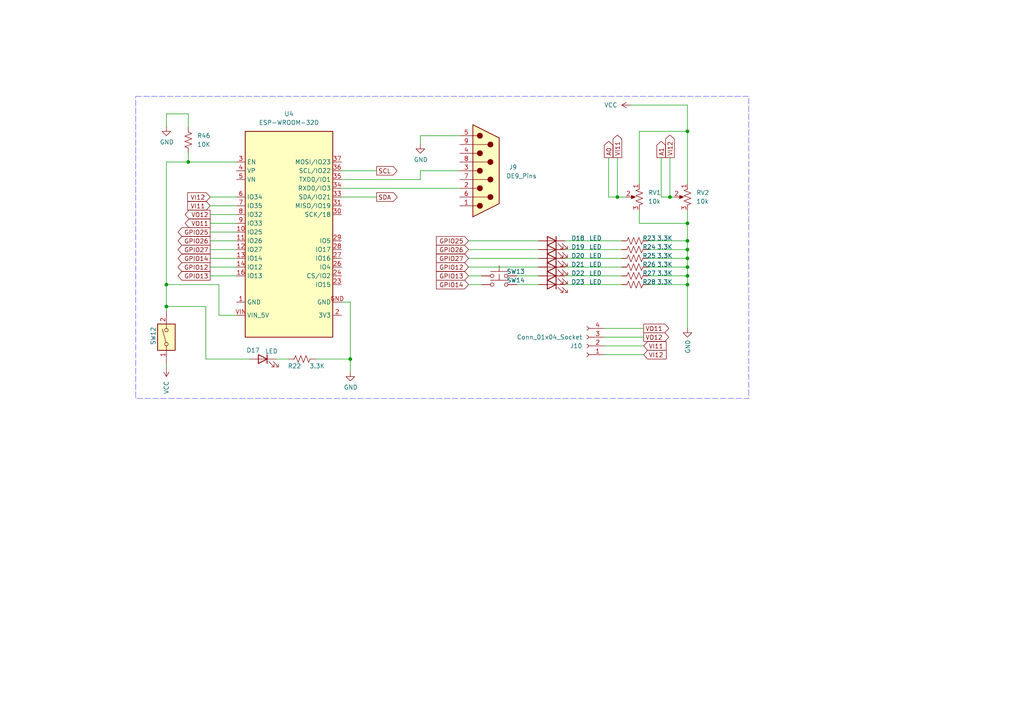
<source format=kicad_sch>
(kicad_sch (version 20250114) (generator "eeschema") (generator_version "9.0")
  (paper "A4")
  (lib_symbols
    (symbol "Add_new:ESP-WROOM-32D"
      (property "Reference" "U" (at -1.27 -2.54 0))
      (property "Value" "ESP-WROOM-32D" (at 0.508 -6.35 0))
      (symbol "ESP-WROOM-32D_1_1"
        (rectangle (start -12.7 -3.81) (end 12.7 -63.5) (stroke (width 0.254)) (fill (type background)))
        (pin input line (at -15.24 -12.7 0) (length 2.54) (name "EN") (number "3"))
        (pin input line (at -15.24 -15.24 0) (length 2.54) (name "VP") (number "4"))
        (pin input line (at -15.24 -17.78 0) (length 2.54) (name "VN") (number "5"))
        (pin input line (at -15.24 -22.86 0) (length 2.54) (name "IO34") (number "6"))
        (pin input line (at -15.24 -25.4 0) (length 2.54) (name "IO35") (number "7"))
        (pin bidirectional line (at -15.24 -27.94 0) (length 2.54) (name "IO32") (number "8"))
        (pin bidirectional line (at -15.24 -30.48 0) (length 2.54) (name "IO33") (number "9"))
        (pin bidirectional line (at -15.24 -33.02 0) (length 2.54) (name "IO25") (number "10"))
        (pin bidirectional line (at -15.24 -35.56 0) (length 2.54) (name "IO26") (number "11"))
        (pin bidirectional line (at -15.24 -38.1 0) (length 2.54) (name "IO27") (number "12"))
        (pin bidirectional line (at -15.24 -40.64 0) (length 2.54) (name "IO14") (number "13"))
        (pin bidirectional line (at -15.24 -43.18 0) (length 2.54) (name "IO12") (number "14"))
        (pin bidirectional line (at -15.24 -45.72 0) (length 2.54) (name "IO13") (number "16"))
        (pin power_in line (at -15.24 -53.34 0) (length 2.54) (name "GND") (number "1"))
        (pin power_in line (at -15.24 -57.15 0) (length 2.54) (name "VIN_5V") (number "VIN"))
        (pin no_connect line (at -12.7 -63.5 0) (length 2.54) (hide yes) (name "NC") (number "32"))
        (pin passive line (at 0 -66.04 90) (length 2.54) (hide yes) (name "GND") (number "15"))
        (pin passive line (at 0 -66.04 90) (length 2.54) (hide yes) (name "GND") (number "38"))
        (pin passive line (at 0 -66.04 90) (length 2.54) (hide yes) (name "GND") (number "39"))
        (pin bidirectional line (at 15.24 -12.7 180) (length 2.54) (name "MOSI/IO23") (number "37"))
        (pin bidirectional line (at 15.24 -15.24 180) (length 2.54) (name "SCL/IO22") (number "36"))
        (pin bidirectional line (at 15.24 -17.78 180) (length 2.54) (name "TXD0/IO1") (number "35"))
        (pin bidirectional line (at 15.24 -20.32 180) (length 2.54) (name "RXD0/IO3") (number "34"))
        (pin bidirectional line (at 15.24 -22.86 180) (length 2.54) (name "SDA/IO21") (number "33"))
        (pin bidirectional line (at 15.24 -25.4 180) (length 2.54) (name "MISO/IO19") (number "31"))
        (pin bidirectional line (at 15.24 -27.94 180) (length 2.54) (name "SCK/18") (number "30"))
        (pin bidirectional line (at 15.24 -35.56 180) (length 2.54) (name "IO5") (number "29"))
        (pin bidirectional line (at 15.24 -38.1 180) (length 2.54) (name "IO17") (number "28"))
        (pin bidirectional line (at 15.24 -40.64 180) (length 2.54) (name "IO16") (number "27"))
        (pin bidirectional line (at 15.24 -43.18 180) (length 2.54) (name "IO4") (number "26"))
        (pin bidirectional line (at 15.24 -45.72 180) (length 2.54) (name "CS/IO2") (number "24"))
        (pin bidirectional line (at 15.24 -48.26 180) (length 2.54) (name "IO15") (number "23"))
        (pin power_in line (at 15.24 -53.34 180) (length 2.54) (name "GND") (number "GND"))
        (pin power_in line (at 15.24 -57.15 180) (length 2.54) (name "3V3") (number "2"))
      )
    )
    (symbol "Connector:Conn_01x04_Socket" (pin_names (offset 1.016) (hide yes))
      (property "Reference" "J" (at 0 5.08 0))
      (property "Value" "Conn_01x04_Socket" (at 0 -7.62 0))
      (symbol "Conn_01x04_Socket_1_1"
        (polyline (pts (xy -1.27 2.54) (xy -0.508 2.54)) (stroke (width 0.1524)))
        (polyline (pts (xy -1.27 0) (xy -0.508 0)) (stroke (width 0.1524)))
        (polyline (pts (xy -1.27 -2.54) (xy -0.508 -2.54)) (stroke (width 0.1524)))
        (polyline (pts (xy -1.27 -5.08) (xy -0.508 -5.08)) (stroke (width 0.1524)))
        (arc (start 0 2.032) (mid -0.5058 2.54) (end 0 3.048) (stroke (width 0.1524)))
        (arc (start 0 -0.508) (mid -0.5058 0) (end 0 0.508) (stroke (width 0.1524)))
        (arc (start 0 -3.048) (mid -0.5058 -2.54) (end 0 -2.032) (stroke (width 0.1524)))
        (arc (start 0 -5.588) (mid -0.5058 -5.08) (end 0 -4.572) (stroke (width 0.1524)))
        (pin passive line (at -5.08 2.54 0) (length 3.81) (name "Pin_1") (number "1"))
        (pin passive line (at -5.08 0 0) (length 3.81) (name "Pin_2") (number "2"))
        (pin passive line (at -5.08 -2.54 0) (length 3.81) (name "Pin_3") (number "3"))
        (pin passive line (at -5.08 -5.08 0) (length 3.81) (name "Pin_4") (number "4"))
      )
    )
    (symbol "Connector:DE9_Pins" (pin_names (offset 1.016) (hide yes))
      (property "Reference" "J" (at 0 13.97 0))
      (property "Value" "DE9_Pins" (at 0 -14.605 0))
      (symbol "DE9_Pins_0_1"
        (polyline (pts (xy -3.81 10.16) (xy -2.54 10.16)))
        (polyline (pts (xy -3.81 7.62) (xy 0.508 7.62)))
        (polyline (pts (xy -3.81 5.08) (xy -2.54 5.08)))
        (polyline (pts (xy -3.81 2.54) (xy 0.508 2.54)))
        (polyline (pts (xy -3.81 0) (xy -2.54 0)))
        (polyline (pts (xy -3.81 -2.54) (xy 0.508 -2.54)))
        (polyline (pts (xy -3.81 -5.08) (xy -2.54 -5.08)))
        (polyline (pts (xy -3.81 -7.62) (xy 0.508 -7.62)))
        (polyline (pts (xy -3.81 -10.16) (xy -2.54 -10.16)))
        (polyline (pts (xy -3.81 -13.335) (xy -3.81 13.335) (xy 3.81 9.525) (xy 3.81 -9.525) (xy -3.81 -13.335)) (stroke (width 0.254)) (fill (type background)))
        (circle (center -1.778 10.16) (radius 0.762) (fill (type outline)))
        (circle (center -1.778 5.08) (radius 0.762) (fill (type outline)))
        (circle (center -1.778 0) (radius 0.762) (fill (type outline)))
        (circle (center -1.778 -5.08) (radius 0.762) (fill (type outline)))
        (circle (center -1.778 -10.16) (radius 0.762) (fill (type outline)))
        (circle (center 1.27 7.62) (radius 0.762) (fill (type outline)))
        (circle (center 1.27 2.54) (radius 0.762) (fill (type outline)))
        (circle (center 1.27 -2.54) (radius 0.762) (fill (type outline)))
        (circle (center 1.27 -7.62) (radius 0.762) (fill (type outline)))
      )
      (symbol "DE9_Pins_1_1"
        (pin passive line (at -7.62 10.16 0) (length 3.81) (name "5") (number "5"))
        (pin passive line (at -7.62 7.62 0) (length 3.81) (name "9") (number "9"))
        (pin passive line (at -7.62 5.08 0) (length 3.81) (name "4") (number "4"))
        (pin passive line (at -7.62 2.54 0) (length 3.81) (name "8") (number "8"))
        (pin passive line (at -7.62 0 0) (length 3.81) (name "3") (number "3"))
        (pin passive line (at -7.62 -2.54 0) (length 3.81) (name "7") (number "7"))
        (pin passive line (at -7.62 -5.08 0) (length 3.81) (name "2") (number "2"))
        (pin passive line (at -7.62 -7.62 0) (length 3.81) (name "6") (number "6"))
        (pin passive line (at -7.62 -10.16 0) (length 3.81) (name "1") (number "1"))
      )
    )
    (symbol "Device:LED" (pin_numbers (hide yes)) (pin_names (offset 1.016) (hide yes))
      (property "Reference" "D" (at 0 2.54 0))
      (property "Value" "LED" (at 0 -2.54 0))
      (symbol "LED_0_1"
        (polyline (pts (xy -3.048 -0.762) (xy -4.572 -2.286) (xy -3.81 -2.286) (xy -4.572 -2.286) (xy -4.572 -1.524)))
        (polyline (pts (xy -1.778 -0.762) (xy -3.302 -2.286) (xy -2.54 -2.286) (xy -3.302 -2.286) (xy -3.302 -1.524)))
        (polyline (pts (xy -1.27 0) (xy 1.27 0)))
        (polyline (pts (xy -1.27 -1.27) (xy -1.27 1.27)) (stroke (width 0.254)))
        (polyline (pts (xy 1.27 -1.27) (xy 1.27 1.27) (xy -1.27 0) (xy 1.27 -1.27)) (stroke (width 0.254)))
      )
      (symbol "LED_1_1"
        (pin passive line (at -3.81 0 0) (length 2.54) (name "K") (number "1"))
        (pin passive line (at 3.81 0 180) (length 2.54) (name "A") (number "2"))
      )
    )
    (symbol "Device:R_Potentiometer_US" (pin_names (offset 1.016) (hide yes))
      (property "Reference" "RV" (at -4.445 0 90))
      (property "Value" "R_Potentiometer_US" (at -2.54 0 90))
      (symbol "R_Potentiometer_US_0_1"
        (polyline (pts (xy 0 2.54) (xy 0 2.286)))
        (polyline (pts (xy 0 2.286) (xy 1.016 1.905) (xy 0 1.524) (xy -1.016 1.143) (xy 0 0.762)))
        (polyline (pts (xy 0 0.762) (xy 1.016 0.381) (xy 0 0) (xy -1.016 -0.381) (xy 0 -0.762)))
        (polyline (pts (xy 0 -0.762) (xy 1.016 -1.143) (xy 0 -1.524) (xy -1.016 -1.905) (xy 0 -2.286)))
        (polyline (pts (xy 0 -2.286) (xy 0 -2.54)))
        (polyline (pts (xy 1.143 0) (xy 2.286 0.508) (xy 2.286 -0.508) (xy 1.143 0)) (fill (type outline)))
        (polyline (pts (xy 2.54 0) (xy 1.524 0)))
      )
      (symbol "R_Potentiometer_US_1_1"
        (pin passive line (at 0 3.81 270) (length 1.27) (name "1") (number "1"))
        (pin passive line (at 0 -3.81 90) (length 1.27) (name "3") (number "3"))
        (pin passive line (at 3.81 0 180) (length 1.27) (name "2") (number "2"))
      )
    )
    (symbol "Device:R_US" (pin_numbers (hide yes)) (pin_names (offset 0))
      (property "Reference" "R" (at 2.54 0 90))
      (property "Value" "R_US" (at -2.54 0 90))
      (symbol "R_US_0_1"
        (polyline (pts (xy 0 2.286) (xy 0 2.54)))
        (polyline (pts (xy 0 2.286) (xy 1.016 1.905) (xy 0 1.524) (xy -1.016 1.143) (xy 0 0.762)))
        (polyline (pts (xy 0 0.762) (xy 1.016 0.381) (xy 0 0) (xy -1.016 -0.381) (xy 0 -0.762)))
        (polyline (pts (xy 0 -0.762) (xy 1.016 -1.143) (xy 0 -1.524) (xy -1.016 -1.905) (xy 0 -2.286)))
        (polyline (pts (xy 0 -2.286) (xy 0 -2.54)))
      )
      (symbol "R_US_1_1"
        (pin passive line (at 0 3.81 270) (length 1.27) (name "~") (number "1"))
        (pin passive line (at 0 -3.81 90) (length 1.27) (name "~") (number "2"))
      )
    )
    (symbol "Switch:SW_DIP_x01" (pin_names (offset 0) (hide yes))
      (property "Reference" "SW" (at 0 3.81 0))
      (property "Value" "SW_DIP_x01" (at 0 -3.81 0))
      (symbol "SW_DIP_x01_0_0"
        (circle (center -2.032 0) (radius 0.508))
        (polyline (pts (xy -1.524 0.127) (xy 2.3622 1.1684)))
        (circle (center 2.032 0) (radius 0.508))
      )
      (symbol "SW_DIP_x01_0_1"
        (rectangle (start -3.81 2.54) (end 3.81 -2.54) (stroke (width 0.254)) (fill (type background)))
      )
      (symbol "SW_DIP_x01_1_1"
        (pin passive line (at -7.62 0 0) (length 5.08) (name "~") (number "1"))
        (pin passive line (at 7.62 0 180) (length 5.08) (name "~") (number "2"))
      )
    )
    (symbol "Switch:SW_Push" (pin_numbers (hide yes)) (pin_names (offset 1.016) (hide yes))
      (property "Reference" "SW" (at 1.27 2.54 0))
      (property "Value" "SW_Push" (at 0 -1.524 0))
      (symbol "SW_Push_0_1"
        (circle (center -2.032 0) (radius 0.508))
        (polyline (pts (xy 0 1.27) (xy 0 3.048)))
        (circle (center 2.032 0) (radius 0.508))
        (polyline (pts (xy 2.54 1.27) (xy -2.54 1.27)))
        (pin passive line (at -5.08 0 0) (length 2.54) (name "1") (number "1"))
        (pin passive line (at 5.08 0 180) (length 2.54) (name "2") (number "2"))
      )
    )
    (symbol "power:GND" (power) (pin_numbers (hide yes)) (pin_names (offset 0) (hide yes))
      (property "Value" "GND" (at 0 -3.81 0))
      (symbol "GND_0_1"
        (polyline (pts (xy 0 0) (xy 0 -1.27) (xy 1.27 -1.27) (xy 0 -2.54) (xy -1.27 -1.27) (xy 0 -1.27)))
      )
      (symbol "GND_1_1"
        (pin power_in line (at 0 0 270) (length 0) (name "~") (number "1"))
      )
    )
    (symbol "power:VCC" (power) (pin_numbers (hide yes)) (pin_names (offset 0) (hide yes))
      (property "Value" "VCC" (at 0 3.556 0))
      (symbol "VCC_0_1"
        (polyline (pts (xy -0.762 1.27) (xy 0 2.54)))
        (polyline (pts (xy 0 2.54) (xy 0.762 1.27)))
        (polyline (pts (xy 0 0) (xy 0 2.54)))
      )
      (symbol "VCC_1_1"
        (pin power_in line (at 0 0 90) (length 0) (name "~") (number "1"))
      )
    )
  )
  (rectangle (start 39.37 27.94) (end 217.17 115.57) (stroke (width 0) (type dash) (color 99 93 255 1)))
  (junction (at 48.26 82.55))
  (junction (at 199.39 82.55))
  (junction (at 54.61 46.99))
  (junction (at 199.39 77.47))
  (junction (at 199.39 69.85))
  (junction (at 48.26 88.9))
  (junction (at 199.39 80.01))
  (junction (at 199.39 74.93))
  (junction (at 199.39 72.39))
  (junction (at 194.31 57.15))
  (junction (at 199.39 38.1))
  (junction (at 179.07 57.15))
  (junction (at 101.6 104.14))
  (junction (at 199.39 64.77))
  (wire (pts (xy 68.58 64.77) (xy 60.96 64.77)))
  (wire (pts (xy 185.42 53.34) (xy 185.42 38.1)))
  (wire (pts (xy 187.96 74.93) (xy 199.39 74.93)))
  (wire (pts (xy 91.44 104.14) (xy 101.6 104.14)))
  (wire (pts (xy 135.89 77.47) (xy 156.21 77.47)))
  (wire (pts (xy 181.61 57.15) (xy 179.07 57.15)))
  (wire (pts (xy 175.26 97.79) (xy 186.69 97.79)))
  (wire (pts (xy 72.39 104.14) (xy 59.69 104.14)))
  (wire (pts (xy 99.06 49.53) (xy 109.22 49.53)))
  (wire (pts (xy 99.06 57.15) (xy 109.22 57.15)))
  (wire (pts (xy 176.53 57.15) (xy 179.07 57.15)))
  (wire (pts (xy 121.92 49.53) (xy 121.92 52.07)))
  (wire (pts (xy 121.92 39.37) (xy 133.35 39.37)))
  (wire (pts (xy 163.83 82.55) (xy 180.34 82.55)))
  (wire (pts (xy 48.26 88.9) (xy 48.26 82.55)))
  (wire (pts (xy 175.26 100.33) (xy 186.69 100.33)))
  (wire (pts (xy 48.26 46.99) (xy 48.26 82.55)))
  (wire (pts (xy 68.58 59.69) (xy 60.96 59.69)))
  (wire (pts (xy 199.39 80.01) (xy 199.39 82.55)))
  (wire (pts (xy 59.69 104.14) (xy 59.69 88.9)))
  (wire (pts (xy 187.96 77.47) (xy 199.39 77.47)))
  (wire (pts (xy 60.9351 77.47) (xy 68.58 77.47)))
  (wire (pts (xy 185.42 64.77) (xy 199.39 64.77)))
  (wire (pts (xy 121.92 39.37) (xy 121.92 41.91)))
  (wire (pts (xy 54.61 36.83) (xy 54.61 33.02)))
  (wire (pts (xy 199.39 77.47) (xy 199.39 80.01)))
  (wire (pts (xy 175.26 102.87) (xy 186.69 102.87)))
  (wire (pts (xy 187.96 80.01) (xy 199.39 80.01)))
  (wire (pts (xy 187.96 69.85) (xy 199.39 69.85)))
  (wire (pts (xy 185.42 38.1) (xy 199.39 38.1)))
  (wire (pts (xy 48.26 82.55) (xy 63.5 82.55)))
  (wire (pts (xy 135.89 72.39) (xy 156.21 72.39)))
  (wire (pts (xy 191.77 45.72) (xy 191.77 57.15)))
  (wire (pts (xy 199.39 60.96) (xy 199.39 64.77)))
  (wire (pts (xy 149.86 80.01) (xy 156.21 80.01)))
  (wire (pts (xy 135.89 80.01) (xy 139.7 80.01)))
  (wire (pts (xy 99.06 87.63) (xy 101.6 87.63)))
  (wire (pts (xy 176.53 45.72) (xy 176.53 57.15)))
  (wire (pts (xy 199.39 38.1) (xy 199.39 53.34)))
  (wire (pts (xy 199.39 30.48) (xy 182.88 30.48)))
  (wire (pts (xy 135.89 82.55) (xy 139.7 82.55)))
  (wire (pts (xy 135.89 74.93) (xy 156.21 74.93)))
  (wire (pts (xy 179.07 57.15) (xy 179.07 45.72)))
  (wire (pts (xy 54.61 44.45) (xy 54.61 46.99)))
  (wire (pts (xy 48.26 88.9) (xy 59.69 88.9)))
  (wire (pts (xy 121.92 49.53) (xy 133.35 49.53)))
  (wire (pts (xy 68.58 62.23) (xy 60.96 62.23)))
  (wire (pts (xy 135.89 69.85) (xy 156.21 69.85)))
  (wire (pts (xy 68.58 67.31) (xy 60.96 67.31)))
  (wire (pts (xy 99.06 52.07) (xy 121.92 52.07)))
  (wire (pts (xy 60.96 74.93) (xy 68.58 74.93)))
  (wire (pts (xy 48.26 33.02) (xy 48.26 36.83)))
  (wire (pts (xy 68.58 72.39) (xy 60.96 72.39)))
  (wire (pts (xy 199.39 72.39) (xy 199.39 74.93)))
  (wire (pts (xy 60.96 80.01) (xy 68.58 80.01)))
  (wire (pts (xy 163.83 77.47) (xy 180.34 77.47)))
  (wire (pts (xy 80.01 104.14) (xy 83.82 104.14)))
  (wire (pts (xy 60.96 69.85) (xy 68.58 69.85)))
  (wire (pts (xy 54.61 33.02) (xy 48.26 33.02)))
  (wire (pts (xy 101.6 87.63) (xy 101.6 104.14)))
  (wire (pts (xy 99.06 54.61) (xy 133.35 54.61)))
  (wire (pts (xy 163.83 80.01) (xy 180.34 80.01)))
  (wire (pts (xy 48.26 90.17) (xy 48.26 88.9)))
  (wire (pts (xy 63.5 91.44) (xy 68.58 91.44)))
  (wire (pts (xy 101.6 104.14) (xy 101.6 107.95)))
  (wire (pts (xy 185.42 60.96) (xy 185.42 64.77)))
  (wire (pts (xy 199.39 74.93) (xy 199.39 77.47)))
  (wire (pts (xy 187.96 72.39) (xy 199.39 72.39)))
  (wire (pts (xy 163.83 69.85) (xy 180.34 69.85)))
  (wire (pts (xy 163.83 72.39) (xy 180.34 72.39)))
  (wire (pts (xy 199.39 69.85) (xy 199.39 72.39)))
  (wire (pts (xy 163.83 74.93) (xy 180.34 74.93)))
  (wire (pts (xy 48.26 106.68) (xy 48.26 105.41)))
  (wire (pts (xy 187.96 82.55) (xy 199.39 82.55)))
  (wire (pts (xy 54.61 46.99) (xy 48.26 46.99)))
  (wire (pts (xy 199.39 30.48) (xy 199.39 38.1)))
  (wire (pts (xy 191.77 57.15) (xy 194.31 57.15)))
  (wire (pts (xy 175.26 95.25) (xy 186.69 95.25)))
  (wire (pts (xy 68.58 46.99) (xy 54.61 46.99)))
  (wire (pts (xy 63.5 82.55) (xy 63.5 91.44)))
  (wire (pts (xy 149.86 82.55) (xy 156.21 82.55)))
  (wire (pts (xy 195.58 57.15) (xy 194.31 57.15)))
  (wire (pts (xy 68.58 57.15) (xy 60.96 57.15)))
  (wire (pts (xy 194.31 57.15) (xy 194.31 45.72)))
  (wire (pts (xy 199.39 82.55) (xy 199.39 95.25)))
  (wire (pts (xy 199.39 64.77) (xy 199.39 69.85)))
  (global_label "VI11" (shape output) (at 179.07 45.72 90) (property "Intersheetrefs" "${INTERSHEET_REFS}" (effects (hide yes))))
  (global_label "VO11" (shape output) (at 60.96 64.77 180) (property "Intersheetrefs" "${INTERSHEET_REFS}" (effects (hide yes))))
  (global_label "VI11" (shape input) (at 186.69 100.33 0) (property "Intersheetrefs" "${INTERSHEET_REFS}" (effects (hide yes))))
  (global_label "GPIO25" (shape input) (at 135.89 69.85 180) (property "Intersheetrefs" "${INTERSHEET_REFS}" (effects (hide yes))))
  (global_label "VO11" (shape output) (at 186.69 95.25 0) (property "Intersheetrefs" "${INTERSHEET_REFS}" (effects (hide yes))))
  (global_label "GPIO12" (shape input) (at 135.89 77.47 180) (property "Intersheetrefs" "${INTERSHEET_REFS}" (effects (hide yes))))
  (global_label "GPIO14" (shape output) (at 60.96 74.93 180) (property "Intersheetrefs" "${INTERSHEET_REFS}" (effects (hide yes))))
  (global_label "SDA" (shape output) (at 109.22 57.15 0) (property "Intersheetrefs" "${INTERSHEET_REFS}" (effects (hide yes))))
  (global_label "VI11" (shape input) (at 60.96 59.69 180) (property "Intersheetrefs" "${INTERSHEET_REFS}" (effects (hide yes))))
  (global_label "VO12" (shape output) (at 186.69 97.79 0) (property "Intersheetrefs" "${INTERSHEET_REFS}" (effects (hide yes))))
  (global_label "SCL" (shape output) (at 109.22 49.53 0) (property "Intersheetrefs" "${INTERSHEET_REFS}" (effects (hide yes))))
  (global_label "GPIO13" (shape input) (at 135.89 80.01 180) (property "Intersheetrefs" "${INTERSHEET_REFS}" (effects (hide yes))))
  (global_label "GPIO13" (shape output) (at 60.96 80.01 180) (property "Intersheetrefs" "${INTERSHEET_REFS}" (effects (hide yes))))
  (global_label "VO12" (shape output) (at 60.96 62.23 180) (property "Intersheetrefs" "${INTERSHEET_REFS}" (effects (hide yes))))
  (global_label "GPIO14" (shape input) (at 135.89 82.55 180) (property "Intersheetrefs" "${INTERSHEET_REFS}" (effects (hide yes))))
  (global_label "GPIO26" (shape input) (at 135.89 72.39 180) (property "Intersheetrefs" "${INTERSHEET_REFS}" (effects (hide yes))))
  (global_label "VI12" (shape input) (at 60.96 57.15 180) (property "Intersheetrefs" "${INTERSHEET_REFS}" (effects (hide yes))))
  (global_label "A1" (shape output) (at 191.77 45.72 90) (property "Intersheetrefs" "${INTERSHEET_REFS}" (effects (hide yes))))
  (global_label "VI12" (shape output) (at 194.31 45.72 90) (property "Intersheetrefs" "${INTERSHEET_REFS}" (effects (hide yes))))
  (global_label "GPIO12" (shape output) (at 60.9351 77.47 180) (property "Intersheetrefs" "${INTERSHEET_REFS}" (effects (hide yes))))
  (global_label "GPIO26" (shape output) (at 60.96 69.85 180) (property "Intersheetrefs" "${INTERSHEET_REFS}" (effects (hide yes))))
  (global_label "GPIO27" (shape output) (at 60.96 72.39 180) (property "Intersheetrefs" "${INTERSHEET_REFS}" (effects (hide yes))))
  (global_label "A0" (shape output) (at 176.53 45.72 90) (property "Intersheetrefs" "${INTERSHEET_REFS}" (effects (hide yes))))
  (global_label "VI12" (shape input) (at 186.69 102.87 0) (property "Intersheetrefs" "${INTERSHEET_REFS}" (effects (hide yes))))
  (global_label "GPIO27" (shape input) (at 135.89 74.93 180) (property "Intersheetrefs" "${INTERSHEET_REFS}" (effects (hide yes))))
  (global_label "GPIO25" (shape output) (at 60.96 67.31 180) (property "Intersheetrefs" "${INTERSHEET_REFS}" (effects (hide yes))))
  (symbol (lib_id "power:VCC") (at 182.88 30.48 90) (mirror x) (unit 1)
    (property "Reference" "#PWR030" (effects (hide yes)))
    (property "Value" "VCC" (at 179.07 30.48 90) (effects (justify left)))
  )
  (symbol (lib_id "power:GND") (at 199.39 95.25 0) (unit 1)
    (property "Reference" "#PWR032" (effects (hide yes)))
    (property "Value" "GND" (at 199.517 98.5012 90) (effects (justify right)))
  )
  (symbol (lib_id "Switch:SW_Push") (at 144.78 82.55 0) (unit 1)
    (property "Reference" "SW14" (at 149.606 81.28 0))
    (property "Value" "SW_Push" (effects (hide yes)))
    (property "Footprint" "Button_Switch_THT:SW_DIP_SPSTx01_Slide_6.7x4.1mm_W7.62mm_P2.54mm_LowProfile" (effects (hide yes)))
    (property "Description" "Push button switch, generic, two pins" (effects (hide yes)))
  )
  (symbol (lib_id "Device:LED") (at 160.02 82.55 0) (mirror y) (unit 1)
    (property "Reference" "D23" (at 167.64 81.788 0))
    (property "Value" "LED" (at 172.72 81.788 0))
    (property "Footprint" "LED_THT:LED_D3.0mm_Horizontal_O1.27mm_Z2.0mm" (effects (hide yes)))
    (property "Description" "Light emitting diode" (effects (hide yes)))
    (property "Sim.Pins" "1=K 2=A" (effects (hide yes)))
  )
  (symbol (lib_id "Device:LED") (at 76.2 104.14 0) (mirror y) (unit 1)
    (property "Reference" "D17" (at 73.406 101.6 0))
    (property "Value" "LED" (at 78.74 101.854 0))
    (property "Footprint" "LED_THT:LED_D3.0mm_Horizontal_O1.27mm_Z2.0mm" (effects (hide yes)))
    (property "Description" "Light emitting diode" (effects (hide yes)))
    (property "Sim.Pins" "1=K 2=A" (effects (hide yes)))
  )
  (symbol (lib_id "Device:R_US") (at 184.15 82.55 90) (unit 1)
    (property "Reference" "R28" (at 190.246 81.788 90) (effects (justify left)))
    (property "Value" "3.3K" (at 195.072 81.788 90) (effects (justify left)))
    (property "Footprint" "Resistor_THT:R_Axial_DIN0204_L3.6mm_D1.6mm_P5.08mm_Horizontal" (effects (hide yes)))
  )
  (symbol (lib_id "Device:R_US") (at 184.15 74.93 90) (unit 1)
    (property "Reference" "R25" (at 190.246 74.168 90) (effects (justify left)))
    (property "Value" "3.3K" (at 195.072 74.168 90) (effects (justify left)))
    (property "Footprint" "Resistor_THT:R_Axial_DIN0204_L3.6mm_D1.6mm_P5.08mm_Horizontal" (effects (hide yes)))
  )
  (symbol (lib_id "Device:LED") (at 160.02 80.01 0) (mirror y) (unit 1)
    (property "Reference" "D22" (at 167.64 79.248 0))
    (property "Value" "LED" (at 172.72 79.248 0))
    (property "Footprint" "LED_THT:LED_D3.0mm_Horizontal_O1.27mm_Z2.0mm" (effects (hide yes)))
    (property "Description" "Light emitting diode" (effects (hide yes)))
    (property "Sim.Pins" "1=K 2=A" (effects (hide yes)))
  )
  (symbol (lib_id "Device:R_Potentiometer_US") (at 185.42 57.15 0) (mirror y) (unit 1)
    (property "Reference" "RV1" (at 187.96 55.8799 0) (effects (justify right)))
    (property "Value" "10k" (at 187.96 58.4199 0) (effects (justify right)))
    (property "Footprint" "Potentiometer_THT:Potentiometer_Alps_RK09Y11_Single_Horizontal" (effects (hide yes)))
    (property "Description" "Potentiometer, US symbol" (effects (hide yes)))
  )
  (symbol (lib_id "power:GND") (at 48.26 36.83 0) (unit 1)
    (property "Reference" "#PWR041" (effects (hide yes)))
    (property "Value" "GND" (at 48.387 41.2242 0))
  )
  (symbol (lib_id "Device:LED") (at 160.02 69.85 0) (mirror y) (unit 1)
    (property "Reference" "D18" (at 167.64 69.088 0))
    (property "Value" "LED" (at 172.72 69.088 0))
    (property "Footprint" "LED_THT:LED_D3.0mm_Horizontal_O1.27mm_Z2.0mm" (effects (hide yes)))
    (property "Description" "Light emitting diode" (effects (hide yes)))
    (property "Sim.Pins" "1=K 2=A" (effects (hide yes)))
  )
  (symbol (lib_id "Device:R_US") (at 184.15 72.39 90) (unit 1)
    (property "Reference" "R24" (at 190.246 71.628 90) (effects (justify left)))
    (property "Value" "3.3K" (at 195.072 71.628 90) (effects (justify left)))
    (property "Footprint" "Resistor_THT:R_Axial_DIN0204_L3.6mm_D1.6mm_P5.08mm_Horizontal" (effects (hide yes)))
  )
  (symbol (lib_id "Device:R_US") (at 184.15 69.85 90) (unit 1)
    (property "Reference" "R23" (at 190.246 69.088 90) (effects (justify left)))
    (property "Value" "3.3K" (at 195.072 69.088 90) (effects (justify left)))
    (property "Footprint" "Resistor_THT:R_Axial_DIN0204_L3.6mm_D1.6mm_P5.08mm_Horizontal" (effects (hide yes)))
  )
  (symbol (lib_id "Connector:DE9_Pins") (at 140.97 49.53 0) (unit 1)
    (property "Reference" "J9" (at 147.574 48.514 0) (effects (justify left)))
    (property "Value" "DE9_Pins" (at 146.812 51.054 0) (effects (justify left)))
    (property "Footprint" "Connector_Dsub:DSUB-9_Pins_Vertical_P2.77x2.84mm_MountingHoles" (effects (hide yes)))
    (property "Description" "9-pin D-SUB connector, pins (male)" (effects (hide yes)))
  )
  (symbol (lib_id "power:GND") (at 101.6 107.95 0) (unit 1)
    (property "Reference" "#PWR027" (effects (hide yes)))
    (property "Value" "GND" (at 101.727 112.3442 0))
  )
  (symbol (lib_id "power:VCC") (at 48.26 106.68 0) (mirror x) (unit 1)
    (property "Reference" "#PWR024" (effects (hide yes)))
    (property "Value" "VCC" (at 48.26 110.49 90) (effects (justify left)))
  )
  (symbol (lib_id "Device:R_US") (at 87.63 104.14 90) (unit 1)
    (property "Reference" "R22" (at 87.376 106.172 90) (effects (justify left)))
    (property "Value" "3.3K" (at 94.234 106.172 90) (effects (justify left)))
    (property "Footprint" "Resistor_THT:R_Axial_DIN0204_L3.6mm_D1.6mm_P5.08mm_Horizontal" (effects (hide yes)))
  )
  (symbol (lib_id "Device:LED") (at 160.02 77.47 0) (mirror y) (unit 1)
    (property "Reference" "D21" (at 167.64 76.708 0))
    (property "Value" "LED" (at 172.72 76.708 0))
    (property "Footprint" "LED_THT:LED_D3.0mm_Horizontal_O1.27mm_Z2.0mm" (effects (hide yes)))
    (property "Description" "Light emitting diode" (effects (hide yes)))
    (property "Sim.Pins" "1=K 2=A" (effects (hide yes)))
  )
  (symbol (lib_id "Connector:Conn_01x04_Socket") (at 170.18 100.33 180) (unit 1)
    (property "Reference" "J10" (at 168.91 100.3301 0) (effects (justify left)))
    (property "Value" "Conn_01x04_Socket" (at 168.91 97.7901 0) (effects (justify left)))
    (property "Footprint" "Connector_Samtec_HPM_THT:Samtec_HPM-04-01-x-S_Straight_1x04_Pitch5.08mm" (effects (hide yes)))
    (property "Description" "Generic connector, single row, 01x04, script generated" (effects (hide yes)))
  )
  (symbol (lib_id "Device:R_US") (at 54.61 40.64 0) (unit 1)
    (property "Reference" "R46" (at 57.15 39.3699 0) (effects (justify left)))
    (property "Value" "10K" (at 57.15 41.9099 0) (effects (justify left)))
    (property "Description" "Resistor, US symbol" (effects (hide yes)))
  )
  (symbol (lib_id "Add_new:ESP-WROOM-32D") (at 83.82 34.29 0) (unit 1)
    (property "Reference" "U4" (at 83.82 33.02 0))
    (property "Value" "ESP-WROOM-32D" (at 83.82 35.56 0))
  )
  (symbol (lib_id "Device:LED") (at 160.02 72.39 0) (mirror y) (unit 1)
    (property "Reference" "D19" (at 167.64 71.628 0))
    (property "Value" "LED" (at 172.72 71.628 0))
    (property "Footprint" "LED_THT:LED_D3.0mm_Horizontal_O1.27mm_Z2.0mm" (effects (hide yes)))
    (property "Description" "Light emitting diode" (effects (hide yes)))
    (property "Sim.Pins" "1=K 2=A" (effects (hide yes)))
  )
  (symbol (lib_id "Switch:SW_Push") (at 144.78 80.01 0) (unit 1)
    (property "Reference" "SW13" (at 149.606 78.74 0))
    (property "Value" "SW_Push" (effects (hide yes)))
    (property "Footprint" "Button_Switch_THT:SW_DIP_SPSTx01_Slide_6.7x4.1mm_W7.62mm_P2.54mm_LowProfile" (effects (hide yes)))
    (property "Description" "Push button switch, generic, two pins" (effects (hide yes)))
  )
  (symbol (lib_id "Device:LED") (at 160.02 74.93 0) (mirror y) (unit 1)
    (property "Reference" "D20" (at 167.64 74.168 0))
    (property "Value" "LED" (at 172.72 74.168 0))
    (property "Footprint" "LED_THT:LED_D3.0mm_Horizontal_O1.27mm_Z2.0mm" (effects (hide yes)))
    (property "Description" "Light emitting diode" (effects (hide yes)))
    (property "Sim.Pins" "1=K 2=A" (effects (hide yes)))
  )
  (symbol (lib_id "power:GND") (at 121.92 41.91 0) (unit 1)
    (property "Reference" "#PWR029" (effects (hide yes)))
    (property "Value" "GND" (at 122.047 46.3042 0))
  )
  (symbol (lib_id "Device:R_US") (at 184.15 80.01 90) (unit 1)
    (property "Reference" "R27" (at 190.246 79.248 90) (effects (justify left)))
    (property "Value" "3.3K" (at 195.072 79.248 90) (effects (justify left)))
    (property "Footprint" "Resistor_THT:R_Axial_DIN0204_L3.6mm_D1.6mm_P5.08mm_Horizontal" (effects (hide yes)))
  )
  (symbol (lib_id "Switch:SW_DIP_x01") (at 48.26 97.79 90) (unit 1)
    (property "Reference" "SW12" (at 44.45 100.076 0) (effects (justify left)))
    (property "Value" "SW_DIP_x01" (effects (hide yes)))
    (property "Footprint" "Button_Switch_THT:SW_DIP_SPSTx01_Slide_9.78x4.72mm_W7.62mm_P2.54mm" (effects (hide yes)))
    (property "Description" "1x DIP Switch, Single Pole Single Throw (SPST) switch, small symbol" (effects (hide yes)))
  )
  (symbol (lib_id "Device:R_Potentiometer_US") (at 199.39 57.15 0) (mirror y) (unit 1)
    (property "Reference" "RV2" (at 201.93 55.8799 0) (effects (justify right)))
    (property "Value" "10k" (at 201.93 58.4199 0) (effects (justify right)))
    (property "Footprint" "Potentiometer_THT:Potentiometer_Alps_RK09Y11_Single_Horizontal" (effects (hide yes)))
    (property "Description" "Potentiometer, US symbol" (effects (hide yes)))
  )
  (symbol (lib_id "Device:R_US") (at 184.15 77.47 90) (unit 1)
    (property "Reference" "R26" (at 190.246 76.708 90) (effects (justify left)))
    (property "Value" "3.3K" (at 195.072 76.708 90) (effects (justify left)))
    (property "Footprint" "Resistor_THT:R_Axial_DIN0204_L3.6mm_D1.6mm_P5.08mm_Horizontal" (effects (hide yes)))
  )
)
</source>
